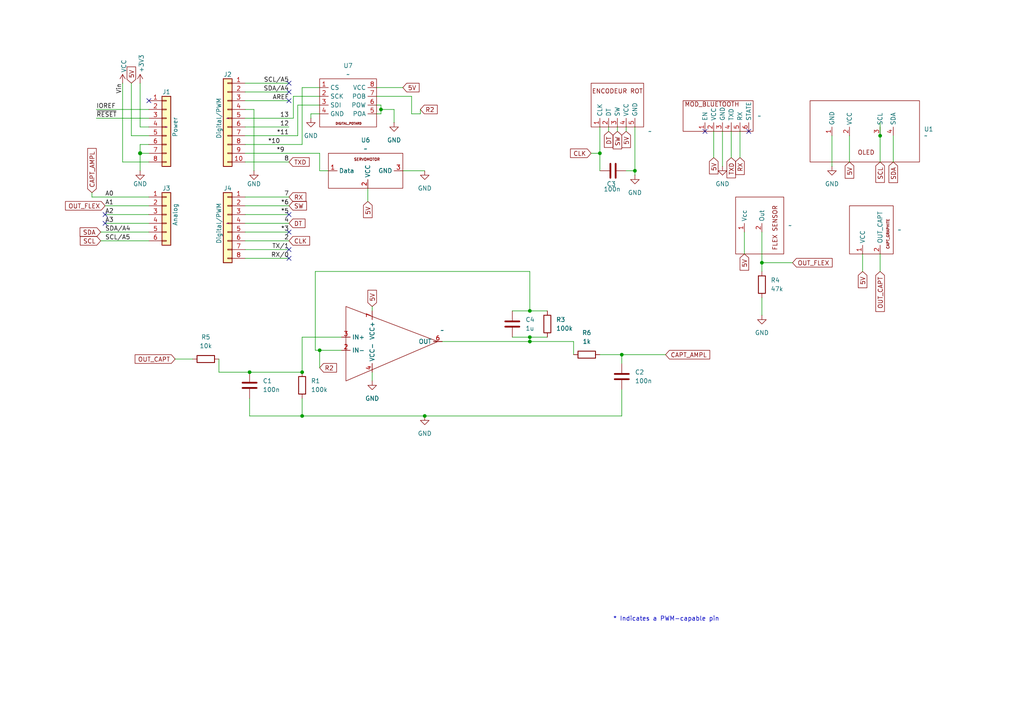
<source format=kicad_sch>
(kicad_sch (version 20250114) (generator "eeschema") (generator_version "9.0")
  (paper "A4")
  (title_block (date "mar. 31 mars 2015"))
  (lib_symbols
    (symbol "AO_LTC1050_1"
      (symbol "AO_LTC1050_1_0_1"
        (polyline (pts (xy 0 10.16) (xy 0 -11.43) (xy 26.67 0) (xy 0 10.16)))
      )
      (symbol "AO_LTC1050_1_1_1"
        (pin input line (at -1.27 1.27 0) (length 2.54) (name "IN+") (number "3"))
        (pin input line (at -1.27 -2.54 0) (length 2.54) (name "IN-") (number "2"))
        (pin input line (at 7.62 8.89 270) (length 2.54) (name "VCC+") (number "7"))
        (pin input line (at 7.62 -8.89 90) (length 2.54) (name "VCC-") (number "4"))
        (pin output line (at 27.94 0 180) (length 2.54) (name "OUT") (number "6"))
      )
    )
    (symbol "CAPTEUR_GRAPHITE_1"
      (symbol "CAPTEUR_GRAPHITE_1_0_1"
        (rectangle (start -6.35 13.97) (end 6.35 0))
      )
      (symbol "CAPTEUR_GRAPHITE_1_1_1"
        (text "CAPT_GRAPHITE" (at 4.826 5.842 900) (effects (font (size 0.762 0.762))))
        (pin input line (at -2.54 0 90) (length 2.54) (name "VCC") (number "1"))
        (pin input line (at 2.54 0 90) (length 2.54) (name "OUT_CAPT") (number "2"))
      )
    )
    (symbol "Connector_Generic:Conn_01x06" (pin_names (offset 1.016) (hide yes))
      (property "Reference" "J" (at 0 7.62 0))
      (property "Value" "Conn_01x06" (at 0 -10.16 0))
      (symbol "Conn_01x06_1_1"
        (rectangle (start -1.27 6.35) (end 1.27 -8.89) (stroke (width 0.254)) (fill (type background)))
        (rectangle (start -1.27 5.207) (end 0 4.953) (stroke (width 0.1524)))
        (rectangle (start -1.27 2.667) (end 0 2.413) (stroke (width 0.1524)))
        (rectangle (start -1.27 0.127) (end 0 -0.127) (stroke (width 0.1524)))
        (rectangle (start -1.27 -2.413) (end 0 -2.667) (stroke (width 0.1524)))
        (rectangle (start -1.27 -4.953) (end 0 -5.207) (stroke (width 0.1524)))
        (rectangle (start -1.27 -7.493) (end 0 -7.747) (stroke (width 0.1524)))
        (pin passive line (at -5.08 5.08 0) (length 3.81) (name "Pin_1") (number "1"))
        (pin passive line (at -5.08 2.54 0) (length 3.81) (name "Pin_2") (number "2"))
        (pin passive line (at -5.08 0 0) (length 3.81) (name "Pin_3") (number "3"))
        (pin passive line (at -5.08 -2.54 0) (length 3.81) (name "Pin_4") (number "4"))
        (pin passive line (at -5.08 -5.08 0) (length 3.81) (name "Pin_5") (number "5"))
        (pin passive line (at -5.08 -7.62 0) (length 3.81) (name "Pin_6") (number "6"))
      )
    )
    (symbol "Connector_Generic:Conn_01x08" (pin_names (offset 1.016) (hide yes))
      (property "Reference" "J" (at 0 10.16 0))
      (property "Value" "Conn_01x08" (at 0 -12.7 0))
      (symbol "Conn_01x08_1_1"
        (rectangle (start -1.27 8.89) (end 1.27 -11.43) (stroke (width 0.254)) (fill (type background)))
        (rectangle (start -1.27 7.747) (end 0 7.493) (stroke (width 0.1524)))
        (rectangle (start -1.27 5.207) (end 0 4.953) (stroke (width 0.1524)))
        (rectangle (start -1.27 2.667) (end 0 2.413) (stroke (width 0.1524)))
        (rectangle (start -1.27 0.127) (end 0 -0.127) (stroke (width 0.1524)))
        (rectangle (start -1.27 -2.413) (end 0 -2.667) (stroke (width 0.1524)))
        (rectangle (start -1.27 -4.953) (end 0 -5.207) (stroke (width 0.1524)))
        (rectangle (start -1.27 -7.493) (end 0 -7.747) (stroke (width 0.1524)))
        (rectangle (start -1.27 -10.033) (end 0 -10.287) (stroke (width 0.1524)))
        (pin passive line (at -5.08 7.62 0) (length 3.81) (name "Pin_1") (number "1"))
        (pin passive line (at -5.08 5.08 0) (length 3.81) (name "Pin_2") (number "2"))
        (pin passive line (at -5.08 2.54 0) (length 3.81) (name "Pin_3") (number "3"))
        (pin passive line (at -5.08 0 0) (length 3.81) (name "Pin_4") (number "4"))
        (pin passive line (at -5.08 -2.54 0) (length 3.81) (name "Pin_5") (number "5"))
        (pin passive line (at -5.08 -5.08 0) (length 3.81) (name "Pin_6") (number "6"))
        (pin passive line (at -5.08 -7.62 0) (length 3.81) (name "Pin_7") (number "7"))
        (pin passive line (at -5.08 -10.16 0) (length 3.81) (name "Pin_8") (number "8"))
      )
    )
    (symbol "Connector_Generic:Conn_01x10" (pin_names (offset 1.016) (hide yes))
      (property "Reference" "J" (at 0 12.7 0))
      (property "Value" "Conn_01x10" (at 0 -15.24 0))
      (symbol "Conn_01x10_1_1"
        (rectangle (start -1.27 11.43) (end 1.27 -13.97) (stroke (width 0.254)) (fill (type background)))
        (rectangle (start -1.27 10.287) (end 0 10.033) (stroke (width 0.1524)))
        (rectangle (start -1.27 7.747) (end 0 7.493) (stroke (width 0.1524)))
        (rectangle (start -1.27 5.207) (end 0 4.953) (stroke (width 0.1524)))
        (rectangle (start -1.27 2.667) (end 0 2.413) (stroke (width 0.1524)))
        (rectangle (start -1.27 0.127) (end 0 -0.127) (stroke (width 0.1524)))
        (rectangle (start -1.27 -2.413) (end 0 -2.667) (stroke (width 0.1524)))
        (rectangle (start -1.27 -4.953) (end 0 -5.207) (stroke (width 0.1524)))
        (rectangle (start -1.27 -7.493) (end 0 -7.747) (stroke (width 0.1524)))
        (rectangle (start -1.27 -10.033) (end 0 -10.287) (stroke (width 0.1524)))
        (rectangle (start -1.27 -12.573) (end 0 -12.827) (stroke (width 0.1524)))
        (pin passive line (at -5.08 10.16 0) (length 3.81) (name "Pin_1") (number "1"))
        (pin passive line (at -5.08 7.62 0) (length 3.81) (name "Pin_2") (number "2"))
        (pin passive line (at -5.08 5.08 0) (length 3.81) (name "Pin_3") (number "3"))
        (pin passive line (at -5.08 2.54 0) (length 3.81) (name "Pin_4") (number "4"))
        (pin passive line (at -5.08 0 0) (length 3.81) (name "Pin_5") (number "5"))
        (pin passive line (at -5.08 -2.54 0) (length 3.81) (name "Pin_6") (number "6"))
        (pin passive line (at -5.08 -5.08 0) (length 3.81) (name "Pin_7") (number "7"))
        (pin passive line (at -5.08 -7.62 0) (length 3.81) (name "Pin_8") (number "8"))
        (pin passive line (at -5.08 -10.16 0) (length 3.81) (name "Pin_9") (number "9"))
        (pin passive line (at -5.08 -12.7 0) (length 3.81) (name "Pin_10") (number "10"))
      )
    )
    (symbol "Device:C" (pin_numbers (hide yes)) (pin_names (offset 0.254))
      (property "Reference" "C" (at 0.635 2.54 0))
      (property "Value" "C" (at 0.635 -2.54 0))
      (symbol "C_0_1"
        (polyline (pts (xy -2.032 0.762) (xy 2.032 0.762)) (stroke (width 0.508)))
        (polyline (pts (xy -2.032 -0.762) (xy 2.032 -0.762)) (stroke (width 0.508)))
      )
      (symbol "C_1_1"
        (pin passive line (at 0 3.81 270) (length 2.794) (name "~") (number "1"))
        (pin passive line (at 0 -3.81 90) (length 2.794) (name "~") (number "2"))
      )
    )
    (symbol "Device:R" (pin_numbers (hide yes)) (pin_names (offset 0))
      (property "Reference" "R" (at 2.032 0 90))
      (property "Value" "R" (at 0 0 90))
      (symbol "R_0_1"
        (rectangle (start -1.016 -2.54) (end 1.016 2.54) (stroke (width 0.254)))
      )
      (symbol "R_1_1"
        (pin passive line (at 0 3.81 270) (length 1.27) (name "~") (number "1"))
        (pin passive line (at 0 -3.81 90) (length 1.27) (name "~") (number "2"))
      )
    )
    (symbol "FLEX_SENSOR_1"
      (property "Value" "~" (at 8.89 1.905 0))
      (symbol "FLEX_SENSOR_1_0_1"
        (rectangle (start -6.35 10.16) (end 7.62 -6.35))
      )
      (symbol "FLEX_SENSOR_1_1_1"
        (text "FLEX SENSOR" (at 5.08 1.27 900) (effects (font (size 1.27 1.27))))
        (pin input line (at -3.81 0 90) (length 2.54) (name "Vcc") (number "1"))
        (pin input line (at 1.27 0 90) (length 2.54) (name "Out") (number "2"))
      )
    )
    (symbol "MOD_BLUETOOTH_1"
      (symbol "MOD_BLUETOOTH_1_0_1"
        (rectangle (start -8.89 8.89) (end 11.43 0))
      )
      (symbol "MOD_BLUETOOTH_1_1_1"
        (text "MOD_BLUETOOTH" (at -0.508 7.874 0) (effects (font (size 1.27 1.27))))
        (pin input line (at -2.54 0 90) (length 2.54) (name "EN") (number "1"))
        (pin input line (at 0 0 90) (length 2.54) (name "VCC") (number "2"))
        (pin input line (at 2.54 0 90) (length 2.54) (name "GND") (number "3"))
        (pin output line (at 5.08 0 90) (length 2.54) (name "TXD") (number "4"))
        (pin input line (at 7.62 0 90) (length 2.54) (name "RX") (number "5"))
        (pin input line (at 10.16 0 90) (length 2.54) (name "STATE") (number "6"))
      )
    )
    (symbol "librairie symboles:DIGIT_POTARD"
      (property "Reference" "U" (at 0 0 0))
      (symbol "DIGIT_POTARD_0_1"
        (rectangle (start -8.89 7.62) (end 7.62 -6.35))
      )
      (symbol "DIGIT_POTARD_1_1"
        (text "DIGITAL_POTARD" (at -0.508 -5.334 0) (effects (font (size 0.635 0.635))))
        (pin input line (at -8.89 5.08 0) (length 2.54) (name "CS") (number "1"))
        (pin input line (at -8.89 2.54 0) (length 2.54) (name "SCK") (number "2"))
        (pin input line (at -8.89 0 0) (length 2.54) (name "SDI") (number "3"))
        (pin input line (at -8.89 -2.54 0) (length 2.54) (name "GND") (number "4"))
        (pin input line (at 7.62 5.08 180) (length 2.54) (name "VCC") (number "8"))
        (pin input line (at 7.62 2.54 180) (length 2.54) (name "POB") (number "7"))
        (pin input line (at 7.62 0 180) (length 2.54) (name "POW") (number "6"))
        (pin input line (at 7.62 -2.54 180) (length 2.54) (name "POA") (number "5"))
      )
    )
    (symbol "librairie symboles:ENCODEUR_ROTATOIRE"
      (property "Reference" "U2" (at 16.51 0.6351 0))
      (property "Value" "~" (at 16.51 -1.27 0))
      (symbol "ENCODEUR_ROTATOIRE_0_1"
        (rectangle (start 0 12.7) (end 15.24 0))
      )
      (symbol "ENCODEUR_ROTATOIRE_1_1"
        (text "ENCODEUR ROT" (at 7.62 10.414 0) (effects (font (size 1.27 1.27))))
        (pin input line (at 2.54 0 90) (length 2.54) (name "CLK") (number "1"))
        (pin input line (at 5.08 0 90) (length 2.54) (name "DT") (number "2"))
        (pin input line (at 7.62 0 90) (length 2.54) (name "SW") (number "3"))
        (pin input line (at 10.16 0 90) (length 2.54) (name "VCC") (number "4"))
        (pin input line (at 12.7 0 90) (length 2.54) (name "GND") (number "5"))
      )
    )
    (symbol "librairie symboles:OLED"
      (property "Reference" "U" (at 0 0 0))
      (symbol "OLED_0_1"
        (rectangle (start -16.51 10.16) (end 15.24 -7.62))
      )
      (symbol "OLED_1_1"
        (text "OLED" (at -0.254 -4.826 0) (effects (font (size 1.27 1.27))))
        (pin input line (at -10.16 0 90) (length 2.54) (name "GND") (number "1"))
        (pin input line (at -5.08 0 90) (length 2.54) (name "VCC") (number "2"))
        (pin input line (at 3.81 0 90) (length 2.54) (name "SCL") (number "3"))
        (pin input line (at 7.62 0 90) (length 2.54) (name "SDA") (number "4"))
      )
    )
    (symbol "librairie symboles:SERVOMOTOR"
      (property "Reference" "U" (at 0 0 0))
      (symbol "SERVOMOTOR_0_1"
        (rectangle (start -1.27 5.08) (end 20.32 -5.08))
      )
      (symbol "SERVOMOTOR_1_1"
        (text "SERVOMOTOR" (at 9.906 3.302 0) (effects (font (size 0.762 0.762))))
        (pin input line (at -1.27 0 0) (length 2.54) (name "Data") (number "1"))
        (pin input line (at 10.16 -5.08 90) (length 2.54) (name "VCC") (number "2"))
        (pin input line (at 20.32 0 180) (length 2.54) (name "GND") (number "3"))
      )
    )
    (symbol "power:+3V3" (power) (pin_numbers (hide yes)) (pin_names (offset 0) (hide yes))
      (property "Value" "+3V3" (at 0 3.556 0))
      (symbol "+3V3_0_1"
        (polyline (pts (xy -0.762 1.27) (xy 0 2.54)))
        (polyline (pts (xy 0 2.54) (xy 0.762 1.27)))
        (polyline (pts (xy 0 0) (xy 0 2.54)))
      )
      (symbol "+3V3_1_1"
        (pin power_in line (at 0 0 90) (length 0) (name "~") (number "1"))
      )
    )
    (symbol "power:GND" (power) (pin_numbers (hide yes)) (pin_names (offset 0) (hide yes))
      (property "Value" "GND" (at 0 -3.81 0))
      (symbol "GND_0_1"
        (polyline (pts (xy 0 0) (xy 0 -1.27) (xy 1.27 -1.27) (xy 0 -2.54) (xy -1.27 -1.27) (xy 0 -1.27)))
      )
      (symbol "GND_1_1"
        (pin power_in line (at 0 0 270) (length 0) (name "~") (number "1"))
      )
    )
    (symbol "power:VCC" (power) (pin_numbers (hide yes)) (pin_names (offset 0) (hide yes))
      (property "Value" "VCC" (at 0 3.556 0))
      (symbol "VCC_0_1"
        (polyline (pts (xy -0.762 1.27) (xy 0 2.54)))
        (polyline (pts (xy 0 2.54) (xy 0.762 1.27)))
        (polyline (pts (xy 0 0) (xy 0 2.54)))
      )
      (symbol "VCC_1_1"
        (pin power_in line (at 0 0 90) (length 0) (name "~") (number "1"))
      )
    )
  )
  (text "* Indicates a PWM-capable pin" (at 177.8 180.34 0) (effects (font (size 1.27 1.27)) (justify left bottom)))
  (junction (at 180.34 102.87))
  (junction (at 153.67 99.06))
  (junction (at 92.71 101.6))
  (junction (at 123.19 120.65))
  (junction (at 40.64 44.45) (diameter 1.016))
  (junction (at 87.63 107.95))
  (junction (at 173.99 44.45))
  (junction (at 110.49 31.75))
  (junction (at 153.67 97.79))
  (junction (at 153.67 90.17))
  (junction (at 72.39 107.95))
  (junction (at 184.15 49.53))
  (junction (at 87.63 120.65))
  (junction (at 220.98 76.2))
  (junction (at 255.27 39.37))
  (no_connect (at 83.82 62.23))
  (no_connect (at 30.48 62.23))
  (no_connect (at 83.82 67.31))
  (no_connect (at 83.82 26.67))
  (no_connect (at 30.48 64.77))
  (no_connect (at 83.82 74.93))
  (no_connect (at 204.47 38.1))
  (no_connect (at 83.82 72.39))
  (no_connect (at 83.82 24.13))
  (no_connect (at 83.82 29.21))
  (no_connect (at 43.18 29.21))
  (no_connect (at 217.17 38.1))
  (wire (pts (xy 71.12 74.93) (xy 83.82 74.93)))
  (wire (pts (xy 92.71 101.6) (xy 99.06 101.6)))
  (wire (pts (xy 215.9 67.31) (xy 215.9 73.66)))
  (wire (pts (xy 148.59 90.17) (xy 153.67 90.17)))
  (wire (pts (xy 255.27 35.56) (xy 255.27 39.37)))
  (wire (pts (xy 109.22 27.94) (xy 119.38 27.94)))
  (wire (pts (xy 29.21 69.85) (xy 43.18 69.85)))
  (wire (pts (xy 180.34 102.87) (xy 180.34 105.41)))
  (wire (pts (xy 72.39 115.57) (xy 72.39 120.65)))
  (wire (pts (xy 87.63 107.95) (xy 87.63 97.79)))
  (wire (pts (xy 71.12 24.13) (xy 83.82 24.13)))
  (wire (pts (xy 255.27 39.37) (xy 255.27 46.99)))
  (wire (pts (xy 176.53 36.83) (xy 176.53 38.1)))
  (wire (pts (xy 180.34 113.03) (xy 180.34 120.65)))
  (wire (pts (xy 109.22 30.48) (xy 110.49 30.48)))
  (wire (pts (xy 40.64 41.91) (xy 40.64 44.45)))
  (wire (pts (xy 106.68 54.61) (xy 106.68 58.42)))
  (wire (pts (xy 87.63 25.4) (xy 87.63 41.91)))
  (wire (pts (xy 114.3 31.75) (xy 114.3 35.56)))
  (wire (pts (xy 87.63 120.65) (xy 123.19 120.65)))
  (wire (pts (xy 90.17 33.02) (xy 92.71 33.02)))
  (wire (pts (xy 40.64 44.45) (xy 40.64 49.53)))
  (wire (pts (xy 26.67 57.15) (xy 43.18 57.15)))
  (wire (pts (xy 153.67 97.79) (xy 153.67 99.06)))
  (wire (pts (xy 85.09 34.29) (xy 85.09 27.94)))
  (wire (pts (xy 40.64 36.83) (xy 43.18 36.83)))
  (wire (pts (xy 38.1 39.37) (xy 43.18 39.37)))
  (wire (pts (xy 38.1 24.13) (xy 38.1 39.37)))
  (wire (pts (xy 148.59 97.79) (xy 153.67 97.79)))
  (wire (pts (xy 71.12 34.29) (xy 85.09 34.29)))
  (wire (pts (xy 40.64 24.13) (xy 40.64 36.83)))
  (wire (pts (xy 71.12 57.15) (xy 83.82 57.15)))
  (wire (pts (xy 71.12 36.83) (xy 83.82 36.83)))
  (wire (pts (xy 71.12 59.69) (xy 83.82 59.69)))
  (wire (pts (xy 153.67 97.79) (xy 158.75 97.79)))
  (wire (pts (xy 181.61 49.53) (xy 184.15 49.53)))
  (wire (pts (xy 92.71 106.68) (xy 92.71 101.6)))
  (wire (pts (xy 92.71 30.48) (xy 86.36 30.48)))
  (wire (pts (xy 107.95 88.9) (xy 107.95 90.17)))
  (wire (pts (xy 91.44 78.74) (xy 91.44 101.6)))
  (wire (pts (xy 153.67 90.17) (xy 153.67 78.74)))
  (wire (pts (xy 250.19 73.66) (xy 250.19 78.74)))
  (wire (pts (xy 119.38 27.94) (xy 119.38 33.02)))
  (wire (pts (xy 110.49 33.02) (xy 109.22 33.02)))
  (wire (pts (xy 181.61 36.83) (xy 181.61 38.1)))
  (wire (pts (xy 171.45 44.45) (xy 173.99 44.45)))
  (wire (pts (xy 72.39 107.95) (xy 63.5 107.95)))
  (wire (pts (xy 26.67 55.88) (xy 26.67 57.15)))
  (wire (pts (xy 71.12 46.99) (xy 83.82 46.99)))
  (wire (pts (xy 71.12 64.77) (xy 83.82 64.77)))
  (wire (pts (xy 179.07 36.83) (xy 179.07 38.1)))
  (wire (pts (xy 109.22 25.4) (xy 116.84 25.4)))
  (wire (pts (xy 207.01 38.1) (xy 207.01 45.72)))
  (wire (pts (xy 27.94 31.75) (xy 43.18 31.75)))
  (wire (pts (xy 119.38 33.02) (xy 121.92 33.02)))
  (wire (pts (xy 220.98 67.31) (xy 220.98 76.2)))
  (wire (pts (xy 246.38 39.37) (xy 246.38 46.99)))
  (wire (pts (xy 259.08 39.37) (xy 259.08 46.99)))
  (wire (pts (xy 87.63 115.57) (xy 87.63 120.65)))
  (wire (pts (xy 166.37 99.06) (xy 166.37 102.87)))
  (wire (pts (xy 95.25 49.53) (xy 92.71 49.53)))
  (wire (pts (xy 73.66 31.75) (xy 73.66 49.53)))
  (wire (pts (xy 72.39 120.65) (xy 87.63 120.65)))
  (wire (pts (xy 173.99 44.45) (xy 173.99 49.53)))
  (wire (pts (xy 71.12 29.21) (xy 83.82 29.21)))
  (wire (pts (xy 241.3 39.37) (xy 241.3 48.26)))
  (wire (pts (xy 43.18 62.23) (xy 30.48 62.23)))
  (wire (pts (xy 27.94 34.29) (xy 43.18 34.29)))
  (wire (pts (xy 86.36 30.48) (xy 86.36 39.37)))
  (wire (pts (xy 184.15 49.53) (xy 184.15 50.8)))
  (wire (pts (xy 43.18 44.45) (xy 40.64 44.45)))
  (wire (pts (xy 180.34 102.87) (xy 193.04 102.87)))
  (wire (pts (xy 123.19 120.65) (xy 180.34 120.65)))
  (wire (pts (xy 92.71 25.4) (xy 87.63 25.4)))
  (wire (pts (xy 90.17 34.29) (xy 90.17 33.02)))
  (wire (pts (xy 50.8 104.14) (xy 55.88 104.14)))
  (wire (pts (xy 43.18 46.99) (xy 35.56 46.99)))
  (wire (pts (xy 30.48 59.69) (xy 43.18 59.69)))
  (wire (pts (xy 212.09 38.1) (xy 212.09 45.72)))
  (wire (pts (xy 92.71 49.53) (xy 92.71 44.45)))
  (wire (pts (xy 110.49 31.75) (xy 114.3 31.75)))
  (wire (pts (xy 153.67 99.06) (xy 166.37 99.06)))
  (wire (pts (xy 128.27 99.06) (xy 153.67 99.06)))
  (wire (pts (xy 71.12 31.75) (xy 73.66 31.75)))
  (wire (pts (xy 43.18 41.91) (xy 40.64 41.91)))
  (wire (pts (xy 71.12 44.45) (xy 92.71 44.45)))
  (wire (pts (xy 71.12 39.37) (xy 86.36 39.37)))
  (wire (pts (xy 209.55 38.1) (xy 209.55 48.26)))
  (wire (pts (xy 71.12 62.23) (xy 83.82 62.23)))
  (wire (pts (xy 71.12 41.91) (xy 87.63 41.91)))
  (wire (pts (xy 30.48 64.77) (xy 43.18 64.77)))
  (wire (pts (xy 214.63 38.1) (xy 214.63 45.72)))
  (wire (pts (xy 220.98 76.2) (xy 220.98 78.74)))
  (wire (pts (xy 91.44 101.6) (xy 92.71 101.6)))
  (wire (pts (xy 87.63 97.79) (xy 99.06 97.79)))
  (wire (pts (xy 107.95 110.49) (xy 107.95 107.95)))
  (wire (pts (xy 220.98 76.2) (xy 229.87 76.2)))
  (wire (pts (xy 173.99 102.87) (xy 180.34 102.87)))
  (wire (pts (xy 116.84 49.53) (xy 123.19 49.53)))
  (wire (pts (xy 71.12 26.67) (xy 83.82 26.67)))
  (wire (pts (xy 71.12 69.85) (xy 83.82 69.85)))
  (wire (pts (xy 85.09 27.94) (xy 92.71 27.94)))
  (wire (pts (xy 71.12 67.31) (xy 83.82 67.31)))
  (wire (pts (xy 153.67 90.17) (xy 158.75 90.17)))
  (wire (pts (xy 110.49 30.48) (xy 110.49 31.75)))
  (wire (pts (xy 72.39 107.95) (xy 87.63 107.95)))
  (wire (pts (xy 153.67 78.74) (xy 91.44 78.74)))
  (wire (pts (xy 173.99 36.83) (xy 173.99 44.45)))
  (wire (pts (xy 121.92 33.02) (xy 121.92 31.75)))
  (wire (pts (xy 110.49 31.75) (xy 110.49 33.02)))
  (wire (pts (xy 63.5 107.95) (xy 63.5 104.14)))
  (wire (pts (xy 255.27 73.66) (xy 255.27 78.74)))
  (wire (pts (xy 71.12 72.39) (xy 83.82 72.39)))
  (wire (pts (xy 35.56 46.99) (xy 35.56 24.13)))
  (wire (pts (xy 184.15 36.83) (xy 184.15 49.53)))
  (wire (pts (xy 220.98 86.36) (xy 220.98 91.44)))
  (wire (pts (xy 43.18 67.31) (xy 29.21 67.31)))
  (label "RX{slash}0" (at 83.82 74.93 180))
  (label "A2" (at 30.48 62.23 0))
  (label "4" (at 83.82 64.77 180))
  (label "2" (at 83.82 69.85 180))
  (label "A3" (at 30.48 64.77 0))
  (label "13" (at 83.82 34.29 180))
  (label "12" (at 83.82 36.83 180))
  (label "~{RESET}" (at 27.94 34.29 0))
  (label "*10" (at 81.28 41.91 180))
  (label "7" (at 83.82 57.15 180))
  (label "SDA{slash}A4" (at 83.82 26.67 180))
  (label "8" (at 83.82 46.99 180))
  (label "*11" (at 83.82 39.37 180))
  (label "*3" (at 83.82 67.31 180))
  (label "A1" (at 30.48 59.69 0))
  (label "TX{slash}1" (at 83.82 72.39 180))
  (label "A0" (at 30.48 57.15 0))
  (label "AREF" (at 83.82 29.21 180))
  (label "Vin" (at 35.56 24.13 270))
  (label "*6" (at 83.82 59.69 180))
  (label "SCL{slash}A5" (at 83.82 24.13 180))
  (label "*9" (at 82.55 44.45 180))
  (label "*5" (at 83.82 62.23 180))
  (label "IOREF" (at 27.94 31.75 0))
  (label "SDA{slash}A4" (at 30.48 67.31 0))
  (label "SCL{slash}A5" (at 30.48 69.85 0))
  (global_label "5V" (shape input) (at 106.68 58.42 270) (property "Intersheetrefs" "${INTERSHEET_REFS}" (effects (hide yes))))
  (global_label "SCL" (shape input) (at 29.21 69.85 180) (property "Intersheetrefs" "${INTERSHEET_REFS}" (effects (hide yes))))
  (global_label "SCL" (shape input) (at 255.27 46.99 270) (property "Intersheetrefs" "${INTERSHEET_REFS}" (effects (hide yes))))
  (global_label "DT" (shape input) (at 83.82 64.77 0) (property "Intersheetrefs" "${INTERSHEET_REFS}" (effects (hide yes))))
  (global_label "OUT_FLEX" (shape input) (at 229.87 76.2 0) (property "Intersheetrefs" "${INTERSHEET_REFS}" (effects (hide yes))))
  (global_label "SDA" (shape input) (at 29.21 67.31 180) (property "Intersheetrefs" "${INTERSHEET_REFS}" (effects (hide yes))))
  (global_label "CLK" (shape input) (at 83.82 69.85 0) (property "Intersheetrefs" "${INTERSHEET_REFS}" (effects (hide yes))))
  (global_label "DT" (shape input) (at 176.53 38.1 270) (property "Intersheetrefs" "${INTERSHEET_REFS}" (effects (hide yes))))
  (global_label "5V" (shape input) (at 207.01 45.72 270) (property "Intersheetrefs" "${INTERSHEET_REFS}" (effects (hide yes))))
  (global_label "RX" (shape input) (at 83.82 57.15 0) (property "Intersheetrefs" "${INTERSHEET_REFS}" (effects (hide yes))))
  (global_label "RX" (shape input) (at 214.63 45.72 270) (property "Intersheetrefs" "${INTERSHEET_REFS}" (effects (hide yes))))
  (global_label "5V" (shape input) (at 181.61 38.1 270) (property "Intersheetrefs" "${INTERSHEET_REFS}" (effects (hide yes))))
  (global_label "5V" (shape input) (at 107.95 88.9 90) (property "Intersheetrefs" "${INTERSHEET_REFS}" (effects (hide yes))))
  (global_label "OUT_FLEX" (shape input) (at 30.48 59.69 180) (property "Intersheetrefs" "${INTERSHEET_REFS}" (effects (hide yes))))
  (global_label "SW" (shape input) (at 179.07 38.1 270) (property "Intersheetrefs" "${INTERSHEET_REFS}" (effects (hide yes))))
  (global_label "5V" (shape input) (at 250.19 78.74 270) (property "Intersheetrefs" "${INTERSHEET_REFS}" (effects (hide yes))))
  (global_label "TXD" (shape input) (at 212.09 45.72 270) (property "Intersheetrefs" "${INTERSHEET_REFS}" (effects (hide yes))))
  (global_label "OUT_CAPT" (shape input) (at 50.8 104.14 180) (property "Intersheetrefs" "${INTERSHEET_REFS}" (effects (hide yes))))
  (global_label "R2" (shape input) (at 92.71 106.68 0) (property "Intersheetrefs" "${INTERSHEET_REFS}" (effects (hide yes))))
  (global_label "TXD" (shape input) (at 83.82 46.99 0) (property "Intersheetrefs" "${INTERSHEET_REFS}" (effects (hide yes))))
  (global_label "CAPT_AMPL" (shape input) (at 193.04 102.87 0) (property "Intersheetrefs" "${INTERSHEET_REFS}" (effects (hide yes))))
  (global_label "CAPT_AMPL" (shape input) (at 26.67 55.88 90) (property "Intersheetrefs" "${INTERSHEET_REFS}" (effects (hide yes))))
  (global_label "CLK" (shape input) (at 171.45 44.45 180) (property "Intersheetrefs" "${INTERSHEET_REFS}" (effects (hide yes))))
  (global_label "5V" (shape input) (at 215.9 73.66 270) (property "Intersheetrefs" "${INTERSHEET_REFS}" (effects (hide yes))))
  (global_label "R2" (shape input) (at 121.92 31.75 0) (property "Intersheetrefs" "${INTERSHEET_REFS}" (effects (hide yes))))
  (global_label "SW" (shape input) (at 83.82 59.69 0) (property "Intersheetrefs" "${INTERSHEET_REFS}" (effects (hide yes))))
  (global_label "5V" (shape input) (at 38.1 24.13 90) (property "Intersheetrefs" "${INTERSHEET_REFS}" (effects (hide yes))))
  (global_label "5V" (shape input) (at 116.84 25.4 0) (property "Intersheetrefs" "${INTERSHEET_REFS}" (effects (hide yes))))
  (global_label "5V" (shape input) (at 246.38 46.99 270) (property "Intersheetrefs" "${INTERSHEET_REFS}" (effects (hide yes))))
  (global_label "OUT_CAPT" (shape input) (at 255.27 78.74 270) (property "Intersheetrefs" "${INTERSHEET_REFS}" (effects (hide yes))))
  (global_label "SDA" (shape input) (at 259.08 46.99 270) (property "Intersheetrefs" "${INTERSHEET_REFS}" (effects (hide yes))))
  (symbol (lib_id "Connector_Generic:Conn_01x08") (at 48.26 36.83 0) (unit 1)
    (property "Reference" "J1" (at 48.26 26.67 0))
    (property "Value" "Power" (at 50.8 36.83 90))
    (property "Footprint" "Connector_PinSocket_2.54mm:PinSocket_1x08_P2.54mm_Vertical" (effects (hide yes)))
    (property "Datasheet" "~" (at 48.26 36.83 0))
    (property "Description" "Generic connector, single row, 01x08, script generated (kicad-library-utils/schlib/autogen/connector/)" (effects (hide yes)))
  )
  (symbol (lib_id "power:+3V3") (at 40.64 24.13 0) (unit 1)
    (property "Reference" "#PWR03" (effects (hide yes)))
    (property "Value" "+3V3" (at 41.021 21.082 90) (effects (justify left)))
    (property "Description" "Power symbol creates a global label with name \"+3V3\"" (effects (hide yes)))
  )
  (symbol (lib_id "power:GND") (at 40.64 49.53 0) (unit 1)
    (property "Reference" "#PWR04" (effects (hide yes)))
    (property "Value" "GND" (at 40.64 53.34 0))
    (property "Description" "Power symbol creates a global label with name \"GND\" , ground" (effects (hide yes)))
  )
  (symbol (lib_id "Connector_Generic:Conn_01x10") (at 66.04 34.29 0) (mirror y) (unit 1)
    (property "Reference" "J2" (at 66.04 21.59 0))
    (property "Value" "Digital/PWM" (at 63.5 34.29 90))
    (property "Footprint" "Connector_PinSocket_2.54mm:PinSocket_1x10_P2.54mm_Vertical" (effects (hide yes)))
    (property "Datasheet" "~" (at 66.04 34.29 0))
    (property "Description" "Generic connector, single row, 01x10, script generated (kicad-library-utils/schlib/autogen/connector/)" (effects (hide yes)))
  )
  (symbol (lib_id "power:GND") (at 73.66 49.53 0) (unit 1)
    (property "Reference" "#PWR05" (effects (hide yes)))
    (property "Value" "GND" (at 73.66 53.34 0))
    (property "Description" "Power symbol creates a global label with name \"GND\" , ground" (effects (hide yes)))
  )
  (symbol (lib_id "Connector_Generic:Conn_01x06") (at 48.26 62.23 0) (unit 1)
    (property "Reference" "J3" (at 48.26 54.61 0))
    (property "Value" "Analog" (at 50.8 62.23 90))
    (property "Footprint" "Connector_PinSocket_2.54mm:PinSocket_1x06_P2.54mm_Vertical" (effects (hide yes)))
    (property "Description" "Generic connector, single row, 01x06, script generated (kicad-library-utils/schlib/autogen/connector/)" (effects (hide yes)))
  )
  (symbol (lib_id "Connector_Generic:Conn_01x08") (at 66.04 64.77 0) (mirror y) (unit 1)
    (property "Reference" "J4" (at 66.04 54.61 0))
    (property "Value" "Digital/PWM" (at 63.5 64.77 90))
    (property "Footprint" "Connector_PinSocket_2.54mm:PinSocket_1x08_P2.54mm_Vertical" (effects (hide yes)))
    (property "Datasheet" "~" (at 66.04 64.77 0))
    (property "Description" "Generic connector, single row, 01x08, script generated (kicad-library-utils/schlib/autogen/connector/)" (effects (hide yes)))
  )
  (symbol (lib_id "librairie symboles:DIGIT_POTARD") (at 101.6 30.48 0) (unit 1)
    (property "Reference" "U7" (at 100.965 19.05 0))
    (property "Value" "~" (at 100.965 21.59 0))
    (property "Footprint" "librairie_empreintes:DIP-8_296" (effects (hide yes)))
  )
  (symbol (lib_id "librairie symboles:ENCODEUR_ROTATOIRE") (at 171.45 36.83 0) (unit 1)
    (property "Reference" "U2" (effects (hide yes)))
    (property "Value" "~" (at 187.96 38.1 0) (effects (justify left)))
    (property "Footprint" "librairie_empreintes:ENCODEUR ROT" (effects (hide yes)))
  )
  (symbol (lib_id "power:GND") (at 123.19 120.65 0) (unit 1)
    (property "Reference" "#PWR08" (effects (hide yes)))
    (property "Value" "GND" (at 123.19 125.73 0))
    (property "Description" "Power symbol creates a global label with name \"GND\" , ground" (effects (hide yes)))
  )
  (symbol (lib_name "MOD_BLUETOOTH_1") (lib_id "librairie symboles:MOD_BLUETOOTH") (at 207.01 38.1 0) (unit 1)
    (property "Reference" "U9" (effects (hide yes)))
    (property "Value" "~" (at 219.71 33.6522 0) (effects (justify left)))
    (property "Footprint" "librairie_empreintes:BLUETOOTH" (effects (hide yes)))
  )
  (symbol (lib_name "FLEX_SENSOR_1") (lib_id "librairie symboles:FLEX_SENSOR") (at 219.71 67.31 0) (unit 1)
    (property "Reference" "U5" (effects (hide yes)))
    (property "Value" "~" (at 228.6 65.405 0) (effects (justify left)))
    (property "Footprint" "librairie_empreintes:SIP-2" (effects (hide yes)))
  )
  (symbol (lib_id "Device:C") (at 177.8 49.53 90) (unit 1)
    (property "Reference" "C3" (at 177.292 53.34 90))
    (property "Value" "100n" (at 177.546 54.864 90))
    (property "Footprint" "librairie_empreintes:C_Disc_D6.0mm_W2.5mm_P5.00mm" (effects (hide yes)))
    (property "Description" "Unpolarized capacitor" (effects (hide yes)))
  )
  (symbol (lib_id "Device:C") (at 180.34 109.22 0) (unit 1)
    (property "Reference" "C2" (at 184.15 107.9499 0) (effects (justify left)))
    (property "Value" "100n" (at 184.15 110.4899 0) (effects (justify left)))
    (property "Footprint" "librairie_empreintes:C_Disc_D6.0mm_W2.5mm_P5.00mm" (effects (hide yes)))
    (property "Description" "Unpolarized capacitor" (effects (hide yes)))
  )
  (symbol (lib_id "power:VCC") (at 35.56 24.13 0) (unit 1)
    (property "Reference" "#PWR01" (effects (hide yes)))
    (property "Value" "VCC" (at 35.941 21.082 90) (effects (justify left)))
    (property "Description" "Power symbol creates a global label with name \"VCC\"" (effects (hide yes)))
  )
  (symbol (lib_id "Device:C") (at 72.39 111.76 0) (unit 1)
    (property "Reference" "C1" (at 76.2 110.4899 0) (effects (justify left)))
    (property "Value" "100n" (at 76.2 113.0299 0) (effects (justify left)))
    (property "Footprint" "librairie_empreintes:C_Disc_D6.0mm_W2.5mm_P5.00mm" (effects (hide yes)))
    (property "Description" "Unpolarized capacitor" (effects (hide yes)))
  )
  (symbol (lib_id "power:GND") (at 184.15 50.8 0) (unit 1)
    (property "Reference" "#PWR011" (effects (hide yes)))
    (property "Value" "GND" (at 184.15 55.88 0))
    (property "Description" "Power symbol creates a global label with name \"GND\" , ground" (effects (hide yes)))
  )
  (symbol (lib_id "librairie symboles:SERVOMOTOR") (at 96.52 49.53 0) (unit 1)
    (property "Reference" "U6" (at 106.045 40.64 0))
    (property "Value" "~" (at 106.045 43.18 0))
    (property "Footprint" "librairie_empreintes:SIP-3" (effects (hide yes)))
  )
  (symbol (lib_id "Device:R") (at 87.63 111.76 0) (unit 1)
    (property "Reference" "R1" (at 90.17 110.4899 0) (effects (justify left)))
    (property "Value" "100k" (at 90.17 113.0299 0) (effects (justify left)))
    (property "Footprint" "librairie_empreintes:R_Axial_DIN0207_L6.3mm_D2.5mm_P5.08mm_Vertical" (effects (hide yes)))
    (property "Description" "Resistor" (effects (hide yes)))
  )
  (symbol (lib_name "AO_LTC1050_1") (lib_id "librairie symboles:AO_LTC1050") (at 100.33 99.06 0) (unit 1)
    (property "Reference" "U4" (effects (hide yes)))
    (property "Value" "~" (at 128.27 95.8149 0))
    (property "Footprint" "librairie_empreintes:DIP-8_296" (effects (hide yes)))
  )
  (symbol (lib_id "power:GND") (at 114.3 35.56 0) (unit 1)
    (property "Reference" "#PWR014" (effects (hide yes)))
    (property "Value" "GND" (at 114.3 40.64 0))
    (property "Description" "Power symbol creates a global label with name \"GND\" , ground" (effects (hide yes)))
  )
  (symbol (lib_id "Device:R") (at 220.98 82.55 0) (unit 1)
    (property "Reference" "R4" (at 223.52 81.2799 0) (effects (justify left)))
    (property "Value" "47k" (at 223.52 83.8199 0) (effects (justify left)))
    (property "Footprint" "librairie_empreintes:R_Axial_DIN0207_L6.3mm_D2.5mm_P5.08mm_Vertical" (effects (hide yes)))
    (property "Description" "Resistor" (effects (hide yes)))
  )
  (symbol (lib_name "CAPTEUR_GRAPHITE_1") (lib_id "librairie symboles:CAPTEUR_GRAPHITE") (at 252.73 73.66 0) (unit 1)
    (property "Reference" "U8" (effects (hide yes)))
    (property "Value" "~" (at 260.35 66.675 0) (effects (justify left)))
    (property "Footprint" "librairie_empreintes:CAPTEUR_GRAPHITE" (effects (hide yes)))
  )
  (symbol (lib_id "power:GND") (at 241.3 48.26 0) (unit 1)
    (property "Reference" "#PWR013" (effects (hide yes)))
    (property "Value" "GND" (at 241.3 53.34 0))
    (property "Description" "Power symbol creates a global label with name \"GND\" , ground" (effects (hide yes)))
  )
  (symbol (lib_id "power:GND") (at 220.98 91.44 0) (unit 1)
    (property "Reference" "#PWR010" (effects (hide yes)))
    (property "Value" "GND" (at 220.98 96.52 0))
    (property "Description" "Power symbol creates a global label with name \"GND\" , ground" (effects (hide yes)))
  )
  (symbol (lib_id "power:GND") (at 209.55 48.26 0) (unit 1)
    (property "Reference" "#PWR012" (effects (hide yes)))
    (property "Value" "GND" (at 209.55 53.34 0))
    (property "Description" "Power symbol creates a global label with name \"GND\" , ground" (effects (hide yes)))
  )
  (symbol (lib_id "Device:C") (at 148.59 93.98 0) (unit 1)
    (property "Reference" "C4" (at 152.4 92.7099 0) (effects (justify left)))
    (property "Value" "1u" (at 152.4 95.2499 0) (effects (justify left)))
    (property "Footprint" "librairie_empreintes:C_Disc_D6.0mm_W2.5mm_P5.00mm" (effects (hide yes)))
    (property "Description" "Unpolarized capacitor" (effects (hide yes)))
  )
  (symbol (lib_id "power:GND") (at 123.19 49.53 0) (unit 1)
    (property "Reference" "#PWR015" (effects (hide yes)))
    (property "Value" "GND" (at 123.19 54.61 0))
    (property "Description" "Power symbol creates a global label with name \"GND\" , ground" (effects (hide yes)))
  )
  (symbol (lib_id "Device:R") (at 170.18 102.87 90) (unit 1)
    (property "Reference" "R6" (at 170.18 96.52 90))
    (property "Value" "1k" (at 170.18 99.06 90))
    (property "Footprint" "librairie_empreintes:R_Axial_DIN0207_L6.3mm_D2.5mm_P5.08mm_Vertical" (effects (hide yes)))
    (property "Description" "Resistor" (effects (hide yes)))
  )
  (symbol (lib_id "power:GND") (at 107.95 110.49 0) (unit 1)
    (property "Reference" "#PWR06" (effects (hide yes)))
    (property "Value" "GND" (at 107.95 115.57 0))
    (property "Description" "Power symbol creates a global label with name \"GND\" , ground" (effects (hide yes)))
  )
  (symbol (lib_id "Device:R") (at 158.75 93.98 0) (unit 1)
    (property "Reference" "R3" (at 161.29 92.7099 0) (effects (justify left)))
    (property "Value" "100k" (at 161.29 95.2499 0) (effects (justify left)))
    (property "Footprint" "librairie_empreintes:R_Axial_DIN0207_L6.3mm_D2.5mm_P5.08mm_Vertical" (effects (hide yes)))
    (property "Description" "Resistor" (effects (hide yes)))
  )
  (symbol (lib_id "librairie symboles:OLED") (at 251.46 39.37 0) (unit 1)
    (property "Reference" "U1" (at 267.97 37.4649 0) (effects (justify left)))
    (property "Value" "~" (at 267.97 39.37 0) (effects (justify left)))
    (property "Footprint" "librairie_empreintes:SIP-4" (effects (hide yes)))
  )
  (symbol (lib_id "Device:R") (at 59.69 104.14 90) (unit 1)
    (property "Reference" "R5" (at 59.69 97.79 90))
    (property "Value" "10k" (at 59.69 100.33 90))
    (property "Footprint" "librairie_empreintes:R_Axial_DIN0207_L6.3mm_D2.5mm_P5.08mm_Vertical" (effects (hide yes)))
    (property "Description" "Resistor" (effects (hide yes)))
  )
  (symbol (lib_id "power:GND") (at 90.17 34.29 0) (unit 1)
    (property "Reference" "#PWR09" (effects (hide yes)))
    (property "Value" "GND" (at 90.17 39.37 0))
    (property "Description" "Power symbol creates a global label with name \"GND\" , ground" (effects (hide yes)))
  )
)
</source>
